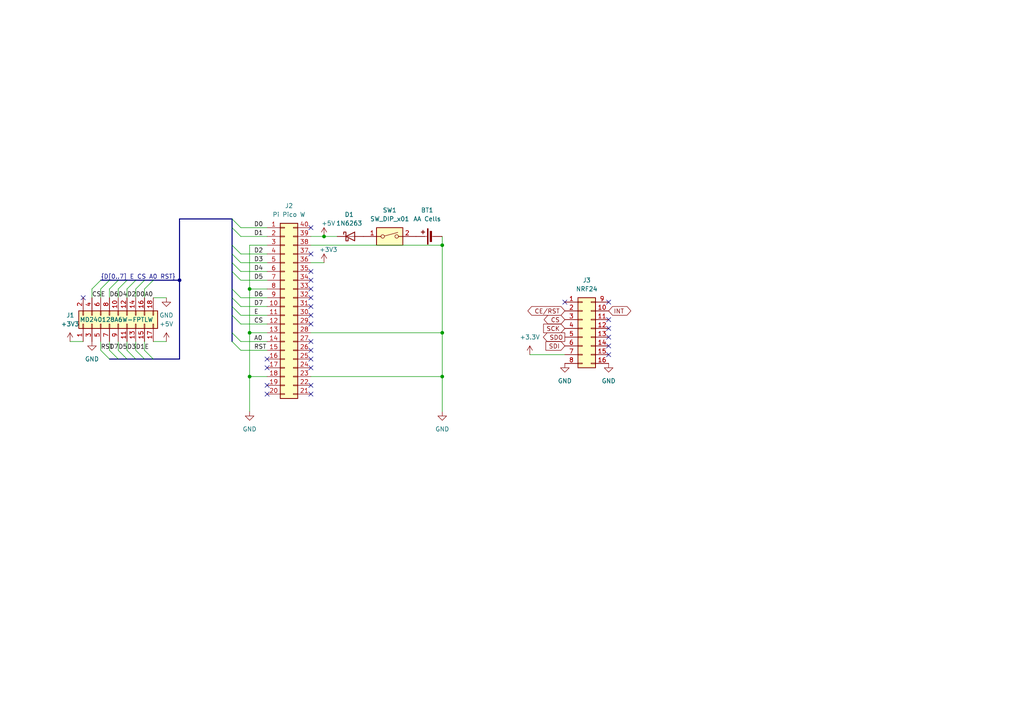
<source format=kicad_sch>
(kicad_sch (version 20230121) (generator eeschema)
  (paper "A4")
  (lib_symbols
    (symbol "Connector_Generic:Conn_02x08_Top_Bottom" (pin_names (offset 1.016) hide)
      (property "Reference" "J" (at 1.27 10.16 0))
      (property "Value" "Conn_02x08_Top_Bottom" (at 1.27 -12.7 0))
      (symbol "Conn_02x08_Top_Bottom_1_1"
        (rectangle (start -1.27 -10.033) (end 0 -10.287) (stroke (width 0.1524)))
        (rectangle (start -1.27 -7.493) (end 0 -7.747) (stroke (width 0.1524)))
        (rectangle (start -1.27 -4.953) (end 0 -5.207) (stroke (width 0.1524)))
        (rectangle (start -1.27 -2.413) (end 0 -2.667) (stroke (width 0.1524)))
        (rectangle (start -1.27 0.127) (end 0 -0.127) (stroke (width 0.1524)))
        (rectangle (start -1.27 2.667) (end 0 2.413) (stroke (width 0.1524)))
        (rectangle (start -1.27 5.207) (end 0 4.953) (stroke (width 0.1524)))
        (rectangle (start -1.27 7.747) (end 0 7.493) (stroke (width 0.1524)))
        (rectangle (start -1.27 8.89) (end 3.81 -11.43) (stroke (width 0.254)) (fill (type background)))
        (rectangle (start 3.81 -10.033) (end 2.54 -10.287) (stroke (width 0.1524)))
        (rectangle (start 3.81 -7.493) (end 2.54 -7.747) (stroke (width 0.1524)))
        (rectangle (start 3.81 -4.953) (end 2.54 -5.207) (stroke (width 0.1524)))
        (rectangle (start 3.81 -2.413) (end 2.54 -2.667) (stroke (width 0.1524)))
        (rectangle (start 3.81 0.127) (end 2.54 -0.127) (stroke (width 0.1524)))
        (rectangle (start 3.81 2.667) (end 2.54 2.413) (stroke (width 0.1524)))
        (rectangle (start 3.81 5.207) (end 2.54 4.953) (stroke (width 0.1524)))
        (rectangle (start 3.81 7.747) (end 2.54 7.493) (stroke (width 0.1524)))
        (pin passive line (at -5.08 7.62 0) (length 3.81) (name "Pin_1") (number "1"))
        (pin passive line (at 7.62 5.08 180) (length 3.81) (name "Pin_10") (number "10"))
        (pin passive line (at 7.62 2.54 180) (length 3.81) (name "Pin_11") (number "11"))
        (pin passive line (at 7.62 0 180) (length 3.81) (name "Pin_12") (number "12"))
        (pin passive line (at 7.62 -2.54 180) (length 3.81) (name "Pin_13") (number "13"))
        (pin passive line (at 7.62 -5.08 180) (length 3.81) (name "Pin_14") (number "14"))
        (pin passive line (at 7.62 -7.62 180) (length 3.81) (name "Pin_15") (number "15"))
        (pin passive line (at 7.62 -10.16 180) (length 3.81) (name "Pin_16") (number "16"))
        (pin passive line (at -5.08 5.08 0) (length 3.81) (name "Pin_2") (number "2"))
        (pin passive line (at -5.08 2.54 0) (length 3.81) (name "Pin_3") (number "3"))
        (pin passive line (at -5.08 0 0) (length 3.81) (name "Pin_4") (number "4"))
        (pin passive line (at -5.08 -2.54 0) (length 3.81) (name "Pin_5") (number "5"))
        (pin passive line (at -5.08 -5.08 0) (length 3.81) (name "Pin_6") (number "6"))
        (pin passive line (at -5.08 -7.62 0) (length 3.81) (name "Pin_7") (number "7"))
        (pin passive line (at -5.08 -10.16 0) (length 3.81) (name "Pin_8") (number "8"))
        (pin passive line (at 7.62 7.62 180) (length 3.81) (name "Pin_9") (number "9"))
      )
    )
    (symbol "Connector_Generic:Conn_02x09_Odd_Even" (pin_names (offset 1.016) hide)
      (property "Reference" "J" (at 1.27 12.7 0))
      (property "Value" "Conn_02x09_Odd_Even" (at 1.27 -12.7 0))
      (symbol "Conn_02x09_Odd_Even_1_1"
        (rectangle (start -1.27 -10.033) (end 0 -10.287) (stroke (width 0.1524)))
        (rectangle (start -1.27 -7.493) (end 0 -7.747) (stroke (width 0.1524)))
        (rectangle (start -1.27 -4.953) (end 0 -5.207) (stroke (width 0.1524)))
        (rectangle (start -1.27 -2.413) (end 0 -2.667) (stroke (width 0.1524)))
        (rectangle (start -1.27 0.127) (end 0 -0.127) (stroke (width 0.1524)))
        (rectangle (start -1.27 2.667) (end 0 2.413) (stroke (width 0.1524)))
        (rectangle (start -1.27 5.207) (end 0 4.953) (stroke (width 0.1524)))
        (rectangle (start -1.27 7.747) (end 0 7.493) (stroke (width 0.1524)))
        (rectangle (start -1.27 10.287) (end 0 10.033) (stroke (width 0.1524)))
        (rectangle (start -1.27 11.43) (end 3.81 -11.43) (stroke (width 0.254)) (fill (type background)))
        (rectangle (start 3.81 -10.033) (end 2.54 -10.287) (stroke (width 0.1524)))
        (rectangle (start 3.81 -7.493) (end 2.54 -7.747) (stroke (width 0.1524)))
        (rectangle (start 3.81 -4.953) (end 2.54 -5.207) (stroke (width 0.1524)))
        (rectangle (start 3.81 -2.413) (end 2.54 -2.667) (stroke (width 0.1524)))
        (rectangle (start 3.81 0.127) (end 2.54 -0.127) (stroke (width 0.1524)))
        (rectangle (start 3.81 2.667) (end 2.54 2.413) (stroke (width 0.1524)))
        (rectangle (start 3.81 5.207) (end 2.54 4.953) (stroke (width 0.1524)))
        (rectangle (start 3.81 7.747) (end 2.54 7.493) (stroke (width 0.1524)))
        (rectangle (start 3.81 10.287) (end 2.54 10.033) (stroke (width 0.1524)))
        (pin passive line (at -5.08 10.16 0) (length 3.81) (name "Pin_1") (number "1"))
        (pin passive line (at 7.62 0 180) (length 3.81) (name "Pin_10") (number "10"))
        (pin passive line (at -5.08 -2.54 0) (length 3.81) (name "Pin_11") (number "11"))
        (pin passive line (at 7.62 -2.54 180) (length 3.81) (name "Pin_12") (number "12"))
        (pin passive line (at -5.08 -5.08 0) (length 3.81) (name "Pin_13") (number "13"))
        (pin passive line (at 7.62 -5.08 180) (length 3.81) (name "Pin_14") (number "14"))
        (pin passive line (at -5.08 -7.62 0) (length 3.81) (name "Pin_15") (number "15"))
        (pin passive line (at 7.62 -7.62 180) (length 3.81) (name "Pin_16") (number "16"))
        (pin passive line (at -5.08 -10.16 0) (length 3.81) (name "Pin_17") (number "17"))
        (pin passive line (at 7.62 -10.16 180) (length 3.81) (name "Pin_18") (number "18"))
        (pin passive line (at 7.62 10.16 180) (length 3.81) (name "Pin_2") (number "2"))
        (pin passive line (at -5.08 7.62 0) (length 3.81) (name "Pin_3") (number "3"))
        (pin passive line (at 7.62 7.62 180) (length 3.81) (name "Pin_4") (number "4"))
        (pin passive line (at -5.08 5.08 0) (length 3.81) (name "Pin_5") (number "5"))
        (pin passive line (at 7.62 5.08 180) (length 3.81) (name "Pin_6") (number "6"))
        (pin passive line (at -5.08 2.54 0) (length 3.81) (name "Pin_7") (number "7"))
        (pin passive line (at 7.62 2.54 180) (length 3.81) (name "Pin_8") (number "8"))
        (pin passive line (at -5.08 0 0) (length 3.81) (name "Pin_9") (number "9"))
      )
    )
    (symbol "Connector_Generic:Conn_02x20_Counter_Clockwise" (pin_names (offset 1.016) hide)
      (property "Reference" "J" (at 1.27 25.4 0))
      (property "Value" "Conn_02x20_Counter_Clockwise" (at 1.27 -27.94 0))
      (symbol "Conn_02x20_Counter_Clockwise_1_1"
        (rectangle (start -1.27 -25.273) (end 0 -25.527) (stroke (width 0.1524)))
        (rectangle (start -1.27 -22.733) (end 0 -22.987) (stroke (width 0.1524)))
        (rectangle (start -1.27 -20.193) (end 0 -20.447) (stroke (width 0.1524)))
        (rectangle (start -1.27 -17.653) (end 0 -17.907) (stroke (width 0.1524)))
        (rectangle (start -1.27 -15.113) (end 0 -15.367) (stroke (width 0.1524)))
        (rectangle (start -1.27 -12.573) (end 0 -12.827) (stroke (width 0.1524)))
        (rectangle (start -1.27 -10.033) (end 0 -10.287) (stroke (width 0.1524)))
        (rectangle (start -1.27 -7.493) (end 0 -7.747) (stroke (width 0.1524)))
        (rectangle (start -1.27 -4.953) (end 0 -5.207) (stroke (width 0.1524)))
        (rectangle (start -1.27 -2.413) (end 0 -2.667) (stroke (width 0.1524)))
        (rectangle (start -1.27 0.127) (end 0 -0.127) (stroke (width 0.1524)))
        (rectangle (start -1.27 2.667) (end 0 2.413) (stroke (width 0.1524)))
        (rectangle (start -1.27 5.207) (end 0 4.953) (stroke (width 0.1524)))
        (rectangle (start -1.27 7.747) (end 0 7.493) (stroke (width 0.1524)))
        (rectangle (start -1.27 10.287) (end 0 10.033) (stroke (width 0.1524)))
        (rectangle (start -1.27 12.827) (end 0 12.573) (stroke (width 0.1524)))
        (rectangle (start -1.27 15.367) (end 0 15.113) (stroke (width 0.1524)))
        (rectangle (start -1.27 17.907) (end 0 17.653) (stroke (width 0.1524)))
        (rectangle (start -1.27 20.447) (end 0 20.193) (stroke (width 0.1524)))
        (rectangle (start -1.27 22.987) (end 0 22.733) (stroke (width 0.1524)))
        (rectangle (start -1.27 24.13) (end 3.81 -26.67) (stroke (width 0.254)) (fill (type background)))
        (rectangle (start 3.81 -25.273) (end 2.54 -25.527) (stroke (width 0.1524)))
        (rectangle (start 3.81 -22.733) (end 2.54 -22.987) (stroke (width 0.1524)))
        (rectangle (start 3.81 -20.193) (end 2.54 -20.447) (stroke (width 0.1524)))
        (rectangle (start 3.81 -17.653) (end 2.54 -17.907) (stroke (width 0.1524)))
        (rectangle (start 3.81 -15.113) (end 2.54 -15.367) (stroke (width 0.1524)))
        (rectangle (start 3.81 -12.573) (end 2.54 -12.827) (stroke (width 0.1524)))
        (rectangle (start 3.81 -10.033) (end 2.54 -10.287) (stroke (width 0.1524)))
        (rectangle (start 3.81 -7.493) (end 2.54 -7.747) (stroke (width 0.1524)))
        (rectangle (start 3.81 -4.953) (end 2.54 -5.207) (stroke (width 0.1524)))
        (rectangle (start 3.81 -2.413) (end 2.54 -2.667) (stroke (width 0.1524)))
        (rectangle (start 3.81 0.127) (end 2.54 -0.127) (stroke (width 0.1524)))
        (rectangle (start 3.81 2.667) (end 2.54 2.413) (stroke (width 0.1524)))
        (rectangle (start 3.81 5.207) (end 2.54 4.953) (stroke (width 0.1524)))
        (rectangle (start 3.81 7.747) (end 2.54 7.493) (stroke (width 0.1524)))
        (rectangle (start 3.81 10.287) (end 2.54 10.033) (stroke (width 0.1524)))
        (rectangle (start 3.81 12.827) (end 2.54 12.573) (stroke (width 0.1524)))
        (rectangle (start 3.81 15.367) (end 2.54 15.113) (stroke (width 0.1524)))
        (rectangle (start 3.81 17.907) (end 2.54 17.653) (stroke (width 0.1524)))
        (rectangle (start 3.81 20.447) (end 2.54 20.193) (stroke (width 0.1524)))
        (rectangle (start 3.81 22.987) (end 2.54 22.733) (stroke (width 0.1524)))
        (pin passive line (at -5.08 22.86 0) (length 3.81) (name "Pin_1") (number "1"))
        (pin passive line (at -5.08 0 0) (length 3.81) (name "Pin_10") (number "10"))
        (pin passive line (at -5.08 -2.54 0) (length 3.81) (name "Pin_11") (number "11"))
        (pin passive line (at -5.08 -5.08 0) (length 3.81) (name "Pin_12") (number "12"))
        (pin passive line (at -5.08 -7.62 0) (length 3.81) (name "Pin_13") (number "13"))
        (pin passive line (at -5.08 -10.16 0) (length 3.81) (name "Pin_14") (number "14"))
        (pin passive line (at -5.08 -12.7 0) (length 3.81) (name "Pin_15") (number "15"))
        (pin passive line (at -5.08 -15.24 0) (length 3.81) (name "Pin_16") (number "16"))
        (pin passive line (at -5.08 -17.78 0) (length 3.81) (name "Pin_17") (number "17"))
        (pin passive line (at -5.08 -20.32 0) (length 3.81) (name "Pin_18") (number "18"))
        (pin passive line (at -5.08 -22.86 0) (length 3.81) (name "Pin_19") (number "19"))
        (pin passive line (at -5.08 20.32 0) (length 3.81) (name "Pin_2") (number "2"))
        (pin passive line (at -5.08 -25.4 0) (length 3.81) (name "Pin_20") (number "20"))
        (pin passive line (at 7.62 -25.4 180) (length 3.81) (name "Pin_21") (number "21"))
        (pin passive line (at 7.62 -22.86 180) (length 3.81) (name "Pin_22") (number "22"))
        (pin passive line (at 7.62 -20.32 180) (length 3.81) (name "Pin_23") (number "23"))
        (pin passive line (at 7.62 -17.78 180) (length 3.81) (name "Pin_24") (number "24"))
        (pin passive line (at 7.62 -15.24 180) (length 3.81) (name "Pin_25") (number "25"))
        (pin passive line (at 7.62 -12.7 180) (length 3.81) (name "Pin_26") (number "26"))
        (pin passive line (at 7.62 -10.16 180) (length 3.81) (name "Pin_27") (number "27"))
        (pin passive line (at 7.62 -7.62 180) (length 3.81) (name "Pin_28") (number "28"))
        (pin passive line (at 7.62 -5.08 180) (length 3.81) (name "Pin_29") (number "29"))
        (pin passive line (at -5.08 17.78 0) (length 3.81) (name "Pin_3") (number "3"))
        (pin passive line (at 7.62 -2.54 180) (length 3.81) (name "Pin_30") (number "30"))
        (pin passive line (at 7.62 0 180) (length 3.81) (name "Pin_31") (number "31"))
        (pin passive line (at 7.62 2.54 180) (length 3.81) (name "Pin_32") (number "32"))
        (pin passive line (at 7.62 5.08 180) (length 3.81) (name "Pin_33") (number "33"))
        (pin passive line (at 7.62 7.62 180) (length 3.81) (name "Pin_34") (number "34"))
        (pin passive line (at 7.62 10.16 180) (length 3.81) (name "Pin_35") (number "35"))
        (pin passive line (at 7.62 12.7 180) (length 3.81) (name "Pin_36") (number "36"))
        (pin passive line (at 7.62 15.24 180) (length 3.81) (name "Pin_37") (number "37"))
        (pin passive line (at 7.62 17.78 180) (length 3.81) (name "Pin_38") (number "38"))
        (pin passive line (at 7.62 20.32 180) (length 3.81) (name "Pin_39") (number "39"))
        (pin passive line (at -5.08 15.24 0) (length 3.81) (name "Pin_4") (number "4"))
        (pin passive line (at 7.62 22.86 180) (length 3.81) (name "Pin_40") (number "40"))
        (pin passive line (at -5.08 12.7 0) (length 3.81) (name "Pin_5") (number "5"))
        (pin passive line (at -5.08 10.16 0) (length 3.81) (name "Pin_6") (number "6"))
        (pin passive line (at -5.08 7.62 0) (length 3.81) (name "Pin_7") (number "7"))
        (pin passive line (at -5.08 5.08 0) (length 3.81) (name "Pin_8") (number "8"))
        (pin passive line (at -5.08 2.54 0) (length 3.81) (name "Pin_9") (number "9"))
      )
    )
    (symbol "Device:Battery_Cell" (pin_numbers hide) (pin_names (offset 0) hide)
      (property "Reference" "BT" (at 2.54 2.54 0))
      (property "Value" "Battery_Cell" (at 2.54 0 0))
      (symbol "Battery_Cell_0_1"
        (rectangle (start -2.286 1.778) (end 2.286 1.524) (fill (type outline)))
        (rectangle (start -1.524 1.016) (end 1.524 0.508) (fill (type outline)))
        (polyline (pts (xy 0 0.762) (xy 0 0)))
        (polyline (pts (xy 0 1.778) (xy 0 2.54)))
        (polyline (pts (xy 0.762 3.048) (xy 1.778 3.048)) (stroke (width 0.254)))
        (polyline (pts (xy 1.27 3.556) (xy 1.27 2.54)) (stroke (width 0.254)))
      )
      (symbol "Battery_Cell_1_1"
        (pin passive line (at 0 5.08 270) (length 2.54) (name "+") (number "1"))
        (pin passive line (at 0 -2.54 90) (length 2.54) (name "-") (number "2"))
      )
    )
    (symbol "Device:D_Schottky" (pin_numbers hide) (pin_names (offset 1.016) hide)
      (property "Reference" "D" (at 0 2.54 0))
      (property "Value" "D_Schottky" (at 0 -2.54 0))
      (symbol "D_Schottky_0_1"
        (polyline (pts (xy 1.27 0) (xy -1.27 0)))
        (polyline (pts (xy 1.27 1.27) (xy 1.27 -1.27) (xy -1.27 0) (xy 1.27 1.27)) (stroke (width 0.254)))
        (polyline (pts (xy -1.905 0.635) (xy -1.905 1.27) (xy -1.27 1.27) (xy -1.27 -1.27) (xy -0.635 -1.27) (xy -0.635 -0.635)) (stroke (width 0.254)))
      )
      (symbol "D_Schottky_1_1"
        (pin passive line (at -3.81 0 0) (length 2.54) (name "K") (number "1"))
        (pin passive line (at 3.81 0 180) (length 2.54) (name "A") (number "2"))
      )
    )
    (symbol "Switch:SW_DIP_x01" (pin_names (offset 0) hide)
      (property "Reference" "SW" (at 0 3.81 0))
      (property "Value" "SW_DIP_x01" (at 0 -3.81 0))
      (symbol "SW_DIP_x01_0_0"
        (circle (center -2.032 0) (radius 0.508))
        (polyline (pts (xy -1.524 0.127) (xy 2.3622 1.1684)))
        (circle (center 2.032 0) (radius 0.508))
      )
      (symbol "SW_DIP_x01_0_1"
        (rectangle (start -3.81 2.54) (end 3.81 -2.54) (stroke (width 0.254)) (fill (type background)))
      )
      (symbol "SW_DIP_x01_1_1"
        (pin passive line (at -7.62 0 0) (length 5.08) (name "~") (number "1"))
        (pin passive line (at 7.62 0 180) (length 5.08) (name "~") (number "2"))
      )
    )
    (symbol "power:+3.3V" (power) (pin_names (offset 0))
      (property "Value" "+3.3V" (at 0 3.556 0))
      (symbol "+3.3V_0_1"
        (polyline (pts (xy -0.762 1.27) (xy 0 2.54)))
        (polyline (pts (xy 0 0) (xy 0 2.54)))
        (polyline (pts (xy 0 2.54) (xy 0.762 1.27)))
      )
      (symbol "+3.3V_1_1"
        (pin power_in line (at 0 0 90) (length 0) hide (name "+3.3V") (number "1"))
      )
    )
    (symbol "power:+3V3" (power) (pin_names (offset 0))
      (property "Value" "+3V3" (at 0 3.556 0))
      (symbol "+3V3_0_1"
        (polyline (pts (xy -0.762 1.27) (xy 0 2.54)))
        (polyline (pts (xy 0 0) (xy 0 2.54)))
        (polyline (pts (xy 0 2.54) (xy 0.762 1.27)))
      )
      (symbol "+3V3_1_1"
        (pin power_in line (at 0 0 90) (length 0) hide (name "+3V3") (number "1"))
      )
    )
    (symbol "power:+5V" (power) (pin_names (offset 0))
      (property "Value" "+5V" (at 0 3.556 0))
      (symbol "+5V_0_1"
        (polyline (pts (xy -0.762 1.27) (xy 0 2.54)))
        (polyline (pts (xy 0 0) (xy 0 2.54)))
        (polyline (pts (xy 0 2.54) (xy 0.762 1.27)))
      )
      (symbol "+5V_1_1"
        (pin power_in line (at 0 0 90) (length 0) hide (name "+5V") (number "1"))
      )
    )
    (symbol "power:GND" (power) (pin_names (offset 0))
      (property "Value" "GND" (at 0 -3.81 0))
      (symbol "GND_0_1"
        (polyline (pts (xy 0 0) (xy 0 -1.27) (xy 1.27 -1.27) (xy 0 -2.54) (xy -1.27 -1.27) (xy 0 -1.27)))
      )
      (symbol "GND_1_1"
        (pin power_in line (at 0 0 270) (length 0) hide (name "GND") (number "1"))
      )
    )
  )
  (junction (at 128.27 71.12))
  (junction (at 93.98 68.58))
  (junction (at 72.39 109.22))
  (junction (at 52.07 81.28))
  (junction (at 128.27 109.22))
  (junction (at 72.39 96.52))
  (junction (at 72.39 83.82))
  (junction (at 128.27 96.52))
  (no_connect (at 90.17 93.98))
  (no_connect (at 90.17 101.6))
  (no_connect (at 176.53 92.71))
  (no_connect (at 176.53 100.33))
  (no_connect (at 90.17 88.9))
  (no_connect (at 77.47 106.68))
  (no_connect (at 176.53 87.63))
  (no_connect (at 90.17 106.68))
  (no_connect (at 163.83 87.63))
  (no_connect (at 90.17 86.36))
  (no_connect (at 176.53 97.79))
  (no_connect (at 90.17 81.28))
  (no_connect (at 90.17 66.04))
  (no_connect (at 90.17 114.3))
  (no_connect (at 90.17 83.82))
  (no_connect (at 90.17 78.74))
  (no_connect (at 90.17 91.44))
  (no_connect (at 24.13 86.36))
  (no_connect (at 77.47 114.3))
  (no_connect (at 90.17 73.66))
  (no_connect (at 90.17 99.06))
  (no_connect (at 90.17 104.14))
  (no_connect (at 77.47 111.76))
  (no_connect (at 90.17 111.76))
  (no_connect (at 77.47 104.14))
  (no_connect (at 176.53 102.87))
  (no_connect (at 176.53 95.25))
  (bus_entry (at 31.75 104.14) (size -2.54 -2.54))
  (bus_entry (at 36.83 81.28) (size -2.54 2.54))
  (bus_entry (at 41.91 81.28) (size -2.54 2.54))
  (bus_entry (at 67.31 78.74) (size 2.54 2.54))
  (bus_entry (at 36.83 104.14) (size -2.54 -2.54))
  (bus_entry (at 67.31 66.04) (size 2.54 2.54))
  (bus_entry (at 39.37 81.28) (size -2.54 2.54))
  (bus_entry (at 44.45 104.14) (size -2.54 -2.54))
  (bus_entry (at 67.31 86.36) (size 2.54 2.54))
  (bus_entry (at 67.31 63.5) (size 2.54 2.54))
  (bus_entry (at 29.21 81.28) (size -2.54 2.54))
  (bus_entry (at 67.31 73.66) (size 2.54 2.54))
  (bus_entry (at 67.31 83.82) (size 2.54 2.54))
  (bus_entry (at 67.31 91.44) (size 2.54 2.54))
  (bus_entry (at 44.45 81.28) (size -2.54 2.54))
  (bus_entry (at 67.31 71.12) (size 2.54 2.54))
  (bus_entry (at 34.29 104.14) (size -2.54 -2.54))
  (bus_entry (at 41.91 104.14) (size -2.54 -2.54))
  (bus_entry (at 67.31 76.2) (size 2.54 2.54))
  (bus_entry (at 67.31 96.52) (size 2.54 2.54))
  (bus_entry (at 34.29 81.28) (size -2.54 2.54))
  (bus_entry (at 39.37 104.14) (size -2.54 -2.54))
  (bus_entry (at 31.75 81.28) (size -2.54 2.54))
  (bus_entry (at 67.31 88.9) (size 2.54 2.54))
  (bus_entry (at 67.31 99.06) (size 2.54 2.54))
  (wire (pts (xy 31.75 83.82) (xy 31.75 86.36)))
  (bus (pts (xy 36.83 104.14) (xy 39.37 104.14)))
  (wire (pts (xy 93.98 68.58) (xy 97.79 68.58)))
  (wire (pts (xy 69.85 91.44) (xy 77.47 91.44)))
  (wire (pts (xy 69.85 86.36) (xy 77.47 86.36)))
  (wire (pts (xy 90.17 71.12) (xy 128.27 71.12)))
  (bus (pts (xy 67.31 91.44) (xy 67.31 96.52)))
  (wire (pts (xy 72.39 71.12) (xy 72.39 83.82)))
  (bus (pts (xy 67.31 86.36) (xy 67.31 88.9)))
  (bus (pts (xy 36.83 81.28) (xy 39.37 81.28)))
  (bus (pts (xy 67.31 96.52) (xy 67.31 99.06)))
  (bus (pts (xy 67.31 78.74) (xy 67.31 83.82)))
  (bus (pts (xy 52.07 81.28) (xy 52.07 104.14)))
  (wire (pts (xy 44.45 99.06) (xy 48.26 99.06)))
  (wire (pts (xy 128.27 68.58) (xy 128.27 71.12)))
  (wire (pts (xy 69.85 88.9) (xy 77.47 88.9)))
  (wire (pts (xy 77.47 109.22) (xy 72.39 109.22)))
  (wire (pts (xy 36.83 83.82) (xy 36.83 86.36)))
  (wire (pts (xy 69.85 66.04) (xy 77.47 66.04)))
  (bus (pts (xy 39.37 104.14) (xy 41.91 104.14)))
  (wire (pts (xy 69.85 81.28) (xy 77.47 81.28)))
  (wire (pts (xy 128.27 109.22) (xy 128.27 119.38)))
  (wire (pts (xy 41.91 101.6) (xy 41.91 99.06)))
  (wire (pts (xy 69.85 99.06) (xy 77.47 99.06)))
  (bus (pts (xy 44.45 81.28) (xy 52.07 81.28)))
  (bus (pts (xy 67.31 66.04) (xy 67.31 71.12)))
  (wire (pts (xy 20.32 99.06) (xy 24.13 99.06)))
  (bus (pts (xy 31.75 81.28) (xy 34.29 81.28)))
  (wire (pts (xy 29.21 83.82) (xy 29.21 86.36)))
  (wire (pts (xy 90.17 109.22) (xy 128.27 109.22)))
  (wire (pts (xy 29.21 101.6) (xy 29.21 99.06)))
  (wire (pts (xy 128.27 71.12) (xy 128.27 96.52)))
  (wire (pts (xy 34.29 101.6) (xy 34.29 99.06)))
  (wire (pts (xy 72.39 83.82) (xy 77.47 83.82)))
  (wire (pts (xy 39.37 101.6) (xy 39.37 99.06)))
  (wire (pts (xy 26.67 83.82) (xy 26.67 86.36)))
  (bus (pts (xy 34.29 81.28) (xy 36.83 81.28)))
  (bus (pts (xy 44.45 104.14) (xy 52.07 104.14)))
  (wire (pts (xy 69.85 78.74) (xy 77.47 78.74)))
  (wire (pts (xy 72.39 96.52) (xy 77.47 96.52)))
  (wire (pts (xy 31.75 101.6) (xy 31.75 99.06)))
  (wire (pts (xy 69.85 68.58) (xy 77.47 68.58)))
  (wire (pts (xy 72.39 71.12) (xy 77.47 71.12)))
  (bus (pts (xy 31.75 104.14) (xy 34.29 104.14)))
  (wire (pts (xy 69.85 93.98) (xy 77.47 93.98)))
  (bus (pts (xy 29.21 81.28) (xy 31.75 81.28)))
  (wire (pts (xy 90.17 96.52) (xy 128.27 96.52)))
  (wire (pts (xy 153.67 102.87) (xy 163.83 102.87)))
  (wire (pts (xy 69.85 101.6) (xy 77.47 101.6)))
  (wire (pts (xy 39.37 83.82) (xy 39.37 86.36)))
  (bus (pts (xy 67.31 63.5) (xy 67.31 66.04)))
  (bus (pts (xy 67.31 83.82) (xy 67.31 86.36)))
  (bus (pts (xy 41.91 81.28) (xy 44.45 81.28)))
  (bus (pts (xy 52.07 81.28) (xy 52.07 63.5)))
  (wire (pts (xy 90.17 68.58) (xy 93.98 68.58)))
  (wire (pts (xy 90.17 76.2) (xy 93.98 76.2)))
  (wire (pts (xy 69.85 76.2) (xy 77.47 76.2)))
  (bus (pts (xy 34.29 104.14) (xy 36.83 104.14)))
  (bus (pts (xy 52.07 63.5) (xy 67.31 63.5)))
  (wire (pts (xy 34.29 83.82) (xy 34.29 86.36)))
  (bus (pts (xy 67.31 73.66) (xy 67.31 76.2)))
  (wire (pts (xy 44.45 86.36) (xy 48.26 86.36)))
  (bus (pts (xy 67.31 76.2) (xy 67.31 78.74)))
  (bus (pts (xy 67.31 88.9) (xy 67.31 91.44)))
  (wire (pts (xy 72.39 83.82) (xy 72.39 96.52)))
  (wire (pts (xy 72.39 109.22) (xy 72.39 119.38)))
  (bus (pts (xy 39.37 81.28) (xy 41.91 81.28)))
  (wire (pts (xy 69.85 73.66) (xy 77.47 73.66)))
  (bus (pts (xy 41.91 104.14) (xy 44.45 104.14)))
  (wire (pts (xy 128.27 96.52) (xy 128.27 109.22)))
  (wire (pts (xy 41.91 83.82) (xy 41.91 86.36)))
  (wire (pts (xy 72.39 96.52) (xy 72.39 109.22)))
  (bus (pts (xy 67.31 71.12) (xy 67.31 73.66)))
  (wire (pts (xy 36.83 101.6) (xy 36.83 99.06)))
  (label "E" (at 41.91 101.6 0))
  (label "D4" (at 73.66 78.74 0))
  (label "CS" (at 73.66 93.98 0))
  (label "RST" (at 73.66 101.6 0))
  (label "D4" (at 34.29 86.36 0))
  (label "D7" (at 73.66 88.9 0))
  (label "D3" (at 73.66 76.2 0))
  (label "D6" (at 73.66 86.36 0))
  (label "RST" (at 29.21 101.6 0))
  (label "E" (at 29.21 86.36 0))
  (label "D1" (at 73.66 68.58 0))
  (label "D7" (at 31.75 101.6 0))
  (label "D3" (at 36.83 101.6 0))
  (label "D2" (at 73.66 73.66 0))
  (label "D0" (at 39.37 86.36 0))
  (label "D5" (at 34.29 101.6 0))
  (label "D1" (at 39.37 101.6 0))
  (label "A0" (at 73.66 99.06 0))
  (label "D0" (at 73.66 66.04 0))
  (label "A0" (at 41.91 86.36 0))
  (label "E" (at 73.66 91.44 0))
  (label "D5" (at 73.66 81.28 0))
  (label "{D[0..7] E CS A0 RST}" (at 29.21 81.28 0))
  (label "CS" (at 26.67 86.36 0))
  (label "D6" (at 31.75 86.36 0))
  (label "D2" (at 36.83 86.36 0))
  (global_label "SCK" (shape input) (at 163.83 95.25 180) (property "Intersheetrefs" "${INTERSHEET_REFS}" (effects hide)))
  (global_label "SDO" (shape output) (at 163.83 97.79 180) (property "Intersheetrefs" "${INTERSHEET_REFS}" (effects hide)))
  (global_label "CE{slash}RST" (shape bidirectional) (at 163.83 90.17 180) (property "Intersheetrefs" "${INTERSHEET_REFS}" (effects hide)))
  (global_label "SDI" (shape input) (at 163.83 100.33 180) (property "Intersheetrefs" "${INTERSHEET_REFS}" (effects hide)))
  (global_label "CS" (shape bidirectional) (at 163.83 92.71 180) (property "Intersheetrefs" "${INTERSHEET_REFS}" (effects hide)))
  (global_label "INT" (shape bidirectional) (at 176.53 90.17 0) (property "Intersheetrefs" "${INTERSHEET_REFS}" (effects hide)))
  (symbol (lib_id "power:+3.3V") (at 153.67 102.87 0) (unit 1)
    (property "Reference" "#PWR011" (effects hide))
    (property "Value" "+3.3V" (at 153.67 97.79 0))
  )
  (symbol (lib_id "Connector_Generic:Conn_02x08_Top_Bottom") (at 168.91 95.25 0) (unit 1)
    (property "Reference" "J3" (at 170.18 81.28 0))
    (property "Value" "NRF24" (at 170.18 83.82 0))
  )
  (symbol (lib_id "power:GND") (at 48.26 86.36 0) (unit 1)
    (property "Reference" "#PWR02" (effects hide))
    (property "Value" "GND" (at 48.26 91.44 0))
  )
  (symbol (lib_id "power:+5V") (at 93.98 68.58 0) (unit 1)
    (property "Reference" "#PWR03" (effects hide))
    (property "Value" "+5V" (at 95.25 64.77 0))
  )
  (symbol (lib_id "power:GND") (at 26.67 99.06 0) (unit 1)
    (property "Reference" "#PWR01" (effects hide))
    (property "Value" "GND" (at 26.67 104.14 0))
  )
  (symbol (lib_id "power:GND") (at 163.83 105.41 0) (unit 1)
    (property "Reference" "#PWR09" (effects hide))
    (property "Value" "GND" (at 163.83 110.49 0))
  )
  (symbol (lib_id "Connector_Generic:Conn_02x20_Counter_Clockwise") (at 82.55 88.9 0) (unit 1)
    (property "Reference" "J2" (at 83.82 59.69 0))
    (property "Value" "Pi Pico W" (at 83.82 62.23 0))
  )
  (symbol (lib_id "Connector_Generic:Conn_02x09_Odd_Even") (at 34.29 93.98 90) (unit 1)
    (property "Reference" "J1" (at 21.59 91.44 90) (effects (justify left)))
    (property "Value" "MD240128A6W-FPTLW" (at 44.45 92.71 90) (effects (justify left)))
  )
  (symbol (lib_id "power:+3V3") (at 93.98 76.2 0) (unit 1)
    (property "Reference" "#PWR05" (effects hide))
    (property "Value" "+3V3" (at 95.25 72.39 0))
  )
  (symbol (lib_id "power:+5V") (at 48.26 99.06 0) (unit 1)
    (property "Reference" "#PWR04" (effects hide))
    (property "Value" "+5V" (at 48.26 93.98 0))
  )
  (symbol (lib_id "power:GND") (at 128.27 119.38 0) (unit 1)
    (property "Reference" "#PWR08" (effects hide))
    (property "Value" "GND" (at 128.27 124.46 0))
  )
  (symbol (lib_id "Switch:SW_DIP_x01") (at 113.03 68.58 0) (unit 1)
    (property "Reference" "SW1" (at 113.03 60.96 0))
    (property "Value" "SW_DIP_x01" (at 113.03 63.5 0))
  )
  (symbol (lib_id "Device:Battery_Cell") (at 125.73 68.58 90) (unit 1)
    (property "Reference" "BT1" (at 123.8885 60.96 90))
    (property "Value" "AA Cells" (at 123.8885 63.5 90))
  )
  (symbol (lib_id "Device:D_Schottky") (at 101.6 68.58 0) (unit 1)
    (property "Reference" "D1" (at 101.2825 62.23 0))
    (property "Value" "1N6263" (at 101.2825 64.77 0))
  )
  (symbol (lib_id "power:+3V3") (at 20.32 99.06 0) (unit 1)
    (property "Reference" "#PWR06" (effects hide))
    (property "Value" "+3V3" (at 20.32 93.98 0))
  )
  (symbol (lib_id "power:GND") (at 72.39 119.38 0) (unit 1)
    (property "Reference" "#PWR07" (effects hide))
    (property "Value" "GND" (at 72.39 124.46 0))
  )
  (symbol (lib_id "power:GND") (at 176.53 105.41 0) (unit 1)
    (property "Reference" "#PWR010" (effects hide))
    (property "Value" "GND" (at 176.53 110.49 0))
  )
)
</source>
